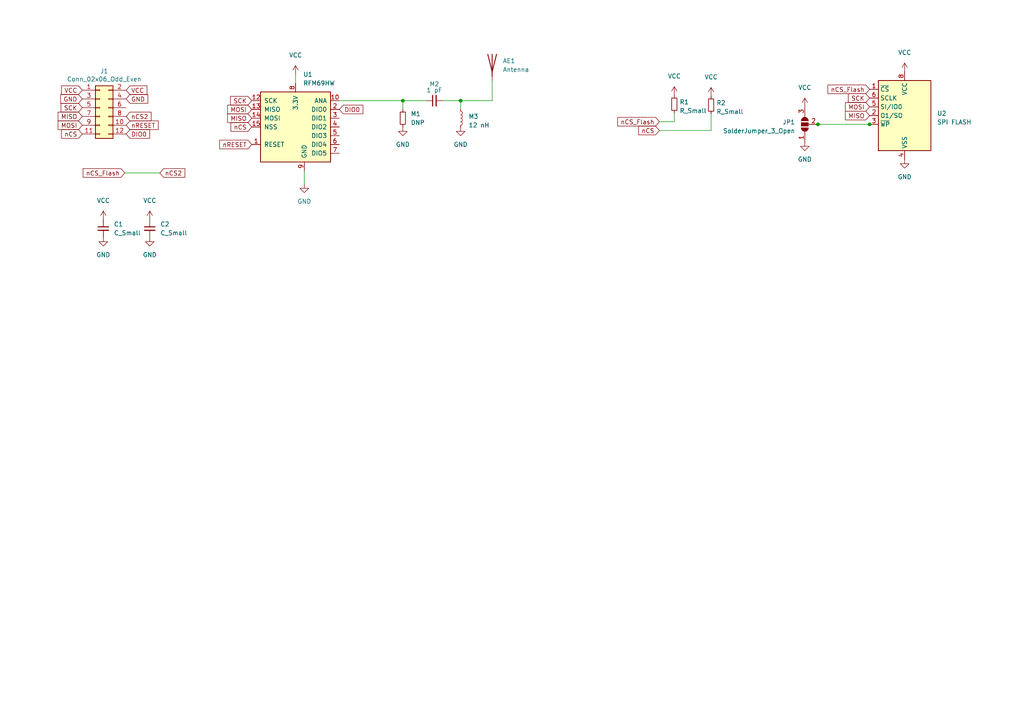
<source format=kicad_sch>
(kicad_sch (version 20230121) (generator eeschema)
  (paper "A4")
  (lib_symbols
    (symbol "Connector_Generic:Conn_02x06_Odd_Even" (pin_names (offset 1.016) hide)
      (property "Reference" "J" (at 1.27 7.62 0))
      (property "Value" "Conn_02x06_Odd_Even" (at 1.27 -10.16 0))
      (symbol "Conn_02x06_Odd_Even_1_1"
        (rectangle (start -1.27 -7.493) (end 0 -7.747) (stroke (width 0.1524)))
        (rectangle (start -1.27 -4.953) (end 0 -5.207) (stroke (width 0.1524)))
        (rectangle (start -1.27 -2.413) (end 0 -2.667) (stroke (width 0.1524)))
        (rectangle (start -1.27 0.127) (end 0 -0.127) (stroke (width 0.1524)))
        (rectangle (start -1.27 2.667) (end 0 2.413) (stroke (width 0.1524)))
        (rectangle (start -1.27 5.207) (end 0 4.953) (stroke (width 0.1524)))
        (rectangle (start -1.27 6.35) (end 3.81 -8.89) (stroke (width 0.254)) (fill (type background)))
        (rectangle (start 3.81 -7.493) (end 2.54 -7.747) (stroke (width 0.1524)))
        (rectangle (start 3.81 -4.953) (end 2.54 -5.207) (stroke (width 0.1524)))
        (rectangle (start 3.81 -2.413) (end 2.54 -2.667) (stroke (width 0.1524)))
        (rectangle (start 3.81 0.127) (end 2.54 -0.127) (stroke (width 0.1524)))
        (rectangle (start 3.81 2.667) (end 2.54 2.413) (stroke (width 0.1524)))
        (rectangle (start 3.81 5.207) (end 2.54 4.953) (stroke (width 0.1524)))
        (pin passive line (at -5.08 5.08 0) (length 3.81) (name "Pin_1") (number "1"))
        (pin passive line (at 7.62 -5.08 180) (length 3.81) (name "Pin_10") (number "10"))
        (pin passive line (at -5.08 -7.62 0) (length 3.81) (name "Pin_11") (number "11"))
        (pin passive line (at 7.62 -7.62 180) (length 3.81) (name "Pin_12") (number "12"))
        (pin passive line (at 7.62 5.08 180) (length 3.81) (name "Pin_2") (number "2"))
        (pin passive line (at -5.08 2.54 0) (length 3.81) (name "Pin_3") (number "3"))
        (pin passive line (at 7.62 2.54 180) (length 3.81) (name "Pin_4") (number "4"))
        (pin passive line (at -5.08 0 0) (length 3.81) (name "Pin_5") (number "5"))
        (pin passive line (at 7.62 0 180) (length 3.81) (name "Pin_6") (number "6"))
        (pin passive line (at -5.08 -2.54 0) (length 3.81) (name "Pin_7") (number "7"))
        (pin passive line (at 7.62 -2.54 180) (length 3.81) (name "Pin_8") (number "8"))
        (pin passive line (at -5.08 -5.08 0) (length 3.81) (name "Pin_9") (number "9"))
      )
    )
    (symbol "Device:Antenna" (pin_numbers hide) (pin_names (offset 1.016) hide)
      (property "Reference" "AE" (at -1.905 1.905 0))
      (property "Value" "Antenna" (at -1.905 0 0))
      (symbol "Antenna_0_1"
        (polyline (pts (xy 0 2.54) (xy 0 -3.81)) (stroke (width 0.254)))
        (polyline (pts (xy 1.27 2.54) (xy 0 -2.54) (xy -1.27 2.54)) (stroke (width 0.254)))
      )
      (symbol "Antenna_1_1"
        (pin input line (at 0 -5.08 90) (length 2.54) (name "A") (number "1"))
      )
    )
    (symbol "Device:C_Small" (pin_numbers hide) (pin_names (offset 0.254) hide)
      (property "Reference" "C" (at 0.254 1.778 0))
      (property "Value" "C_Small" (at 0.254 -2.032 0))
      (symbol "C_Small_0_1"
        (polyline (pts (xy -1.524 -0.508) (xy 1.524 -0.508)) (stroke (width 0.3302)))
        (polyline (pts (xy -1.524 0.508) (xy 1.524 0.508)) (stroke (width 0.3048)))
      )
      (symbol "C_Small_1_1"
        (pin passive line (at 0 2.54 270) (length 2.032) (name "~") (number "1"))
        (pin passive line (at 0 -2.54 90) (length 2.032) (name "~") (number "2"))
      )
    )
    (symbol "Device:L_Small" (pin_numbers hide) (pin_names (offset 0.254) hide)
      (property "Reference" "L" (at 0.762 1.016 0))
      (property "Value" "L_Small" (at 0.762 -1.016 0))
      (symbol "L_Small_0_1"
        (arc (start 0 -2.032) (mid 0.5058 -1.524) (end 0 -1.016))
        (arc (start 0 -1.016) (mid 0.5058 -0.508) (end 0 0))
        (arc (start 0 0) (mid 0.5058 0.508) (end 0 1.016))
        (arc (start 0 1.016) (mid 0.5058 1.524) (end 0 2.032))
      )
      (symbol "L_Small_1_1"
        (pin passive line (at 0 2.54 270) (length 0.508) (name "~") (number "1"))
        (pin passive line (at 0 -2.54 90) (length 0.508) (name "~") (number "2"))
      )
    )
    (symbol "Device:R_Small" (pin_numbers hide) (pin_names (offset 0.254) hide)
      (property "Reference" "R" (at 0.762 0.508 0))
      (property "Value" "R_Small" (at 0.762 -1.016 0))
      (symbol "R_Small_0_1"
        (rectangle (start -0.762 1.778) (end 0.762 -1.778) (stroke (width 0.2032)))
      )
      (symbol "R_Small_1_1"
        (pin passive line (at 0 2.54 270) (length 0.762) (name "~") (number "1"))
        (pin passive line (at 0 -2.54 90) (length 0.762) (name "~") (number "2"))
      )
    )
    (symbol "Jumper:SolderJumper_3_Open" (pin_names (offset 0) hide)
      (property "Reference" "JP" (at -2.54 -2.54 0))
      (property "Value" "SolderJumper_3_Open" (at 0 2.794 0))
      (symbol "SolderJumper_3_Open_0_1"
        (arc (start -1.016 1.016) (mid -2.0276 0) (end -1.016 -1.016))
        (arc (start -1.016 1.016) (mid -2.0276 0) (end -1.016 -1.016) (fill (type outline)))
        (rectangle (start -0.508 1.016) (end 0.508 -1.016) (fill (type outline)))
        (polyline (pts (xy -2.54 0) (xy -2.032 0)))
        (polyline (pts (xy -1.016 1.016) (xy -1.016 -1.016)))
        (polyline (pts (xy 0 -1.27) (xy 0 -1.016)))
        (polyline (pts (xy 1.016 1.016) (xy 1.016 -1.016)))
        (polyline (pts (xy 2.54 0) (xy 2.032 0)))
        (arc (start 1.016 -1.016) (mid 2.0276 0) (end 1.016 1.016))
        (arc (start 1.016 -1.016) (mid 2.0276 0) (end 1.016 1.016) (fill (type outline)))
      )
      (symbol "SolderJumper_3_Open_1_1"
        (pin passive line (at -5.08 0 0) (length 2.54) (name "A") (number "1"))
        (pin passive line (at 0 -3.81 90) (length 2.54) (name "C") (number "2"))
        (pin passive line (at 5.08 0 180) (length 2.54) (name "B") (number "3"))
      )
    )
    (symbol "Memory_Flash:GD25D05CT"
      (property "Reference" "U" (at 2.54 12.7 0))
      (property "Value" "GD25D05CT" (at 8.89 8.89 0))
      (symbol "GD25D05CT_0_1"
        (rectangle (start -7.62 10.16) (end 7.62 -10.16) (stroke (width 0.254)) (fill (type background)))
      )
      (symbol "GD25D05CT_1_1"
        (pin input line (at -10.16 7.62 0) (length 2.54) (name "~{CS}") (number "1"))
        (pin output line (at -10.16 0 0) (length 2.54) (name "O1/SO") (number "2"))
        (pin input line (at -10.16 -2.54 0) (length 2.54) (name "~{WP}") (number "3"))
        (pin power_in line (at 0 -12.7 90) (length 2.54) (name "VSS") (number "4"))
        (pin bidirectional line (at -10.16 2.54 0) (length 2.54) (name "SI/IO0") (number "5"))
        (pin input line (at -10.16 5.08 0) (length 2.54) (name "SCLK") (number "6"))
        (pin no_connect line (at -7.62 -5.08 0) (length 2.54) hide (name "NC") (number "7"))
        (pin power_in line (at 0 12.7 270) (length 2.54) (name "VCC") (number "8"))
      )
    )
    (symbol "RF_Module:RFM69HW" (pin_names (offset 1.016))
      (property "Reference" "U" (at -3.81 11.43 0))
      (property "Value" "RFM69HW" (at -7.62 13.97 0))
      (symbol "RFM69HW_0_1"
        (rectangle (start -10.16 10.16) (end 10.16 -10.16) (stroke (width 0.254)) (fill (type background)))
      )
      (symbol "RFM69HW_1_1"
        (pin input line (at -12.7 -5.08 0) (length 2.54) (name "RESET") (number "1"))
        (pin output line (at 12.7 7.62 180) (length 2.54) (name "ANA") (number "10"))
        (pin passive line (at 2.54 -12.7 90) (length 2.54) hide (name "GND") (number "11"))
        (pin input line (at -12.7 7.62 0) (length 2.54) (name "SCK") (number "12"))
        (pin output line (at -12.7 5.08 0) (length 2.54) (name "MISO") (number "13"))
        (pin input line (at -12.7 2.54 0) (length 2.54) (name "MOSI") (number "14"))
        (pin input line (at -12.7 0 0) (length 2.54) (name "NSS") (number "15"))
        (pin no_connect line (at -2.54 -10.16 90) (length 2.54) hide (name "NC") (number "16"))
        (pin bidirectional line (at 12.7 5.08 180) (length 2.54) (name "DIO0") (number "2"))
        (pin bidirectional line (at 12.7 2.54 180) (length 2.54) (name "DIO1") (number "3"))
        (pin bidirectional line (at 12.7 0 180) (length 2.54) (name "DIO2") (number "4"))
        (pin bidirectional line (at 12.7 -2.54 180) (length 2.54) (name "DIO3") (number "5"))
        (pin bidirectional line (at 12.7 -5.08 180) (length 2.54) (name "DIO4") (number "6"))
        (pin bidirectional line (at 12.7 -7.62 180) (length 2.54) (name "DIO5") (number "7"))
        (pin power_in line (at 0 12.7 270) (length 2.54) (name "3.3V") (number "8"))
        (pin power_in line (at 2.54 -12.7 90) (length 2.54) (name "GND") (number "9"))
      )
    )
    (symbol "power:GND" (power) (pin_names (offset 0))
      (property "Value" "GND" (at 0 -3.81 0))
      (symbol "GND_0_1"
        (polyline (pts (xy 0 0) (xy 0 -1.27) (xy 1.27 -1.27) (xy 0 -2.54) (xy -1.27 -1.27) (xy 0 -1.27)))
      )
      (symbol "GND_1_1"
        (pin power_in line (at 0 0 270) (length 0) hide (name "GND") (number "1"))
      )
    )
    (symbol "power:VCC" (power) (pin_names (offset 0))
      (property "Value" "VCC" (at 0 3.81 0))
      (symbol "VCC_0_1"
        (polyline (pts (xy -0.762 1.27) (xy 0 2.54)))
        (polyline (pts (xy 0 0) (xy 0 2.54)))
        (polyline (pts (xy 0 2.54) (xy 0.762 1.27)))
      )
      (symbol "VCC_1_1"
        (pin power_in line (at 0 0 90) (length 0) hide (name "VCC") (number "1"))
      )
    )
  )
  (junction (at 133.604 29.21))
  (junction (at 116.84 29.21))
  (junction (at 252.222 36.068))
  (junction (at 237.236 36.068))
  (wire (pts (xy 236.982 36.068) (xy 237.236 36.068)))
  (wire (pts (xy 85.725 21.59) (xy 85.725 24.13)))
  (wire (pts (xy 128.524 29.21) (xy 133.604 29.21)))
  (wire (pts (xy 88.265 49.53) (xy 88.265 53.34)))
  (wire (pts (xy 133.604 29.21) (xy 142.748 29.21)))
  (wire (pts (xy 116.84 29.21) (xy 123.444 29.21)))
  (wire (pts (xy 191.262 35.306) (xy 195.58 35.306)))
  (wire (pts (xy 206.248 37.846) (xy 206.248 33.02)))
  (wire (pts (xy 142.748 29.21) (xy 142.748 23.368)))
  (wire (pts (xy 191.262 37.846) (xy 206.248 37.846)))
  (wire (pts (xy 98.425 29.21) (xy 116.84 29.21)))
  (wire (pts (xy 133.604 31.75) (xy 133.604 29.21)))
  (wire (pts (xy 252.222 36.068) (xy 252.476 36.068)))
  (wire (pts (xy 116.84 29.21) (xy 116.84 31.75)))
  (wire (pts (xy 237.236 36.068) (xy 252.222 36.068)))
  (wire (pts (xy 36.195 50.165) (xy 46.355 50.165)))
  (wire (pts (xy 133.604 29.21) (xy 133.858 28.956)))
  (wire (pts (xy 195.58 35.306) (xy 195.58 32.766)))
  (global_label "nCS_Flash" (shape input) (at 36.195 50.165 180) (property "Intersheetrefs" "${INTERSHEET_REFS}" (effects hide)))
  (global_label "nCS_Flash" (shape input) (at 252.222 25.908 180) (property "Intersheetrefs" "${INTERSHEET_REFS}" (effects hide)))
  (global_label "nRESET" (shape input) (at 73.025 41.91 180) (property "Intersheetrefs" "${INTERSHEET_REFS}" (effects hide)) (property "Intersheet-verwijzingen" "${INTERSHEET_REFS}" (effects hide)))
  (global_label "MISO" (shape input) (at 252.222 33.528 180) (property "Intersheetrefs" "${INTERSHEET_REFS}" (effects hide)) (property "Intersheet-verwijzingen" "${INTERSHEET_REFS}" (effects hide)))
  (global_label "MISO" (shape input) (at 23.876 33.782 180) (property "Intersheetrefs" "${INTERSHEET_REFS}" (effects hide)) (property "Intersheet-verwijzingen" "${INTERSHEET_REFS}" (effects hide)))
  (global_label "GND" (shape input) (at 36.576 28.702 0) (property "Intersheetrefs" "${INTERSHEET_REFS}" (effects hide)) (property "Intersheet-verwijzingen" "${INTERSHEET_REFS}" (effects hide)))
  (global_label "nCS" (shape input) (at 191.262 37.846 180) (property "Intersheetrefs" "${INTERSHEET_REFS}" (effects hide)) (property "Intersheet-verwijzingen" "${INTERSHEET_REFS}" (effects hide)))
  (global_label "VCC" (shape input) (at 23.876 26.162 180) (property "Intersheetrefs" "${INTERSHEET_REFS}" (effects hide)) (property "Intersheet-verwijzingen" "${INTERSHEET_REFS}" (effects hide)))
  (global_label "nCS" (shape input) (at 73.025 36.83 180) (property "Intersheetrefs" "${INTERSHEET_REFS}" (effects hide)) (property "Intersheet-verwijzingen" "${INTERSHEET_REFS}" (effects hide)))
  (global_label "GND" (shape input) (at 23.876 28.702 180) (property "Intersheetrefs" "${INTERSHEET_REFS}" (effects hide)) (property "Intersheet-verwijzingen" "${INTERSHEET_REFS}" (effects hide)))
  (global_label "SCK" (shape input) (at 23.876 31.242 180) (property "Intersheetrefs" "${INTERSHEET_REFS}" (effects hide)) (property "Intersheet-verwijzingen" "${INTERSHEET_REFS}" (effects hide)))
  (global_label "nCS" (shape input) (at 23.876 38.862 180) (property "Intersheetrefs" "${INTERSHEET_REFS}" (effects hide)) (property "Intersheet-verwijzingen" "${INTERSHEET_REFS}" (effects hide)))
  (global_label "VCC" (shape input) (at 36.576 26.162 0) (property "Intersheetrefs" "${INTERSHEET_REFS}" (effects hide)) (property "Intersheet-verwijzingen" "${INTERSHEET_REFS}" (effects hide)))
  (global_label "nCS2" (shape input) (at 36.576 33.782 0) (property "Intersheetrefs" "${INTERSHEET_REFS}" (effects hide)))
  (global_label "nCS2" (shape input) (at 46.355 50.165 0) (property "Intersheetrefs" "${INTERSHEET_REFS}" (effects hide)))
  (global_label "DIO0" (shape input) (at 98.425 31.75 0) (property "Intersheetrefs" "${INTERSHEET_REFS}" (effects hide)) (property "Intersheet-verwijzingen" "${INTERSHEET_REFS}" (effects hide)))
  (global_label "nCS_Flash" (shape input) (at 191.262 35.306 180) (property "Intersheetrefs" "${INTERSHEET_REFS}" (effects hide)))
  (global_label "DIO0" (shape input) (at 36.576 38.862 0) (property "Intersheetrefs" "${INTERSHEET_REFS}" (effects hide)) (property "Intersheet-verwijzingen" "${INTERSHEET_REFS}" (effects hide)))
  (global_label "MISO" (shape input) (at 73.025 34.29 180) (property "Intersheetrefs" "${INTERSHEET_REFS}" (effects hide)) (property "Intersheet-verwijzingen" "${INTERSHEET_REFS}" (effects hide)))
  (global_label "MOSI" (shape input) (at 73.025 31.75 180) (property "Intersheetrefs" "${INTERSHEET_REFS}" (effects hide)) (property "Intersheet-verwijzingen" "${INTERSHEET_REFS}" (effects hide)))
  (global_label "MOSI" (shape input) (at 252.222 30.988 180) (property "Intersheetrefs" "${INTERSHEET_REFS}" (effects hide)) (property "Intersheet-verwijzingen" "${INTERSHEET_REFS}" (effects hide)))
  (global_label "nRESET" (shape input) (at 36.576 36.322 0) (property "Intersheetrefs" "${INTERSHEET_REFS}" (effects hide)) (property "Intersheet-verwijzingen" "${INTERSHEET_REFS}" (effects hide)))
  (global_label "SCK" (shape input) (at 252.222 28.448 180) (property "Intersheetrefs" "${INTERSHEET_REFS}" (effects hide)) (property "Intersheet-verwijzingen" "${INTERSHEET_REFS}" (effects hide)))
  (global_label "SCK" (shape input) (at 73.025 29.21 180) (property "Intersheetrefs" "${INTERSHEET_REFS}" (effects hide)) (property "Intersheet-verwijzingen" "${INTERSHEET_REFS}" (effects hide)))
  (global_label "MOSI" (shape input) (at 23.876 36.322 180) (property "Intersheetrefs" "${INTERSHEET_REFS}" (effects hide)) (property "Intersheet-verwijzingen" "${INTERSHEET_REFS}" (effects hide)))
  (symbol (lib_id "Connector_Generic:Conn_02x06_Odd_Even") (at 28.956 31.242 0) (unit 1)
    (property "Reference" "J1" (at 30.226 20.6502 0))
    (property "Value" "Conn_02x06_Odd_Even" (at 30.226 22.9616 0))
    (property "Footprint" "Connector_PinHeader_2.54mm:PinHeader_2x06_P2.54mm_Horizontal" (effects hide))
  )
  (symbol (lib_id "power:GND") (at 43.434 68.834 0) (unit 1)
    (property "Reference" "#PWR04" (effects hide))
    (property "Value" "GND" (at 43.434 73.914 0))
  )
  (symbol (lib_id "power:VCC") (at 262.382 20.828 0) (unit 1)
    (property "Reference" "#PWR013" (effects hide))
    (property "Value" "VCC" (at 262.382 15.24 0))
  )
  (symbol (lib_id "Device:R_Small") (at 195.58 30.226 0) (unit 1)
    (property "Reference" "R1" (at 197.104 29.591 0) (effects (justify left)))
    (property "Value" "R_Small" (at 197.104 32.131 0) (effects (justify left)))
    (property "Footprint" "Resistor_SMD:R_0805_2012Metric" (effects hide))
  )
  (symbol (lib_id "Device:Antenna") (at 142.748 18.288 0) (unit 1)
    (property "Reference" "AE1" (at 145.796 17.6529 0) (effects (justify left)))
    (property "Value" "Antenna" (at 145.796 20.1929 0) (effects (justify left)))
    (property "Footprint" "RF_Antenna:Texas_SWRA416_868MHz_915MHz" (effects hide))
  )
  (symbol (lib_id "power:GND") (at 29.972 68.834 0) (unit 1)
    (property "Reference" "#PWR02" (effects hide))
    (property "Value" "GND" (at 29.972 73.914 0))
  )
  (symbol (lib_id "Device:C_Small") (at 125.984 29.21 90) (unit 1)
    (property "Reference" "M2" (at 125.984 24.384 90))
    (property "Value" "1 pF" (at 125.984 26.162 90))
    (property "Footprint" "Resistor_SMD:R_0805_2012Metric" (effects hide))
  )
  (symbol (lib_id "Device:L_Small") (at 133.604 34.29 0) (unit 1)
    (property "Reference" "M3" (at 135.89 33.782 0) (effects (justify left)))
    (property "Value" "12 nH" (at 135.89 36.322 0) (effects (justify left)))
    (property "Footprint" "Resistor_SMD:R_0805_2012Metric" (effects hide))
  )
  (symbol (lib_id "power:VCC") (at 233.426 30.988 0) (unit 1)
    (property "Reference" "#PWR011" (effects hide))
    (property "Value" "VCC" (at 233.426 25.4 0))
  )
  (symbol (lib_id "power:GND") (at 133.604 36.83 0) (unit 1)
    (property "Reference" "#PWR08" (effects hide))
    (property "Value" "GND" (at 133.604 41.91 0))
  )
  (symbol (lib_id "power:GND") (at 88.265 53.34 0) (unit 1)
    (property "Reference" "#PWR06" (effects hide))
    (property "Value" "GND" (at 88.265 58.42 0))
  )
  (symbol (lib_id "power:GND") (at 116.84 36.83 0) (unit 1)
    (property "Reference" "#PWR07" (effects hide))
    (property "Value" "GND" (at 116.84 41.91 0))
  )
  (symbol (lib_id "Device:C_Small") (at 29.972 66.294 0) (unit 1)
    (property "Reference" "C1" (at 33.02 65.0302 0) (effects (justify left)))
    (property "Value" "C_Small" (at 33.02 67.5702 0) (effects (justify left)))
    (property "Footprint" "Capacitor_SMD:C_0805_2012Metric" (effects hide))
  )
  (symbol (lib_id "Device:R_Small") (at 116.84 34.29 0) (unit 1)
    (property "Reference" "M1" (at 119.126 33.02 0) (effects (justify left)))
    (property "Value" "DNP" (at 119.126 35.56 0) (effects (justify left)))
    (property "Footprint" "Resistor_SMD:R_0805_2012Metric" (effects hide))
  )
  (symbol (lib_id "power:VCC") (at 85.725 21.59 0) (unit 1)
    (property "Reference" "#PWR05" (effects hide))
    (property "Value" "VCC" (at 85.725 16.002 0))
  )
  (symbol (lib_id "Jumper:SolderJumper_3_Open") (at 233.426 36.068 90) (unit 1)
    (property "Reference" "JP1" (at 230.632 35.433 90) (effects (justify left)))
    (property "Value" "SolderJumper_3_Open" (at 230.632 37.973 90) (effects (justify left)))
    (property "Footprint" "Jumper:SolderJumper-3_P1.3mm_Open_RoundedPad1.0x1.5mm" (effects hide))
  )
  (symbol (lib_id "power:VCC") (at 206.248 27.94 0) (unit 1)
    (property "Reference" "#PWR010" (effects hide))
    (property "Value" "VCC" (at 206.248 22.352 0))
  )
  (symbol (lib_id "RF_Module:RFM69HW") (at 85.725 36.83 0) (unit 1)
    (property "Reference" "U1" (at 87.9191 21.59 0) (effects (justify left)))
    (property "Value" "RFM69HW" (at 87.9191 24.13 0) (effects (justify left)))
    (property "Footprint" "RF_Module:HOPERF_RFM69HW" (effects hide))
    (property "Datasheet" "https://www.hoperf.com/data/upload/portal/20181127/5bfcbb56f1fd7.pdf" (effects hide))
  )
  (symbol (lib_id "Memory_Flash:GD25D05CT") (at 262.382 33.528 0) (unit 1)
    (property "Reference" "U2" (at 271.78 32.893 0) (effects (justify left)))
    (property "Value" "SPI FLASH" (at 271.78 35.433 0) (effects (justify left)))
    (property "Footprint" "Package_SO:SOP-8_3.9x4.9mm_P1.27mm" (effects hide))
  )
  (symbol (lib_id "power:GND") (at 262.382 46.228 0) (unit 1)
    (property "Reference" "#PWR014" (effects hide))
    (property "Value" "GND" (at 262.382 51.308 0))
  )
  (symbol (lib_id "power:VCC") (at 43.434 63.754 0) (unit 1)
    (property "Reference" "#PWR03" (effects hide))
    (property "Value" "VCC" (at 43.434 58.166 0))
  )
  (symbol (lib_id "power:GND") (at 233.426 41.148 0) (unit 1)
    (property "Reference" "#PWR012" (effects hide))
    (property "Value" "GND" (at 233.426 46.228 0))
  )
  (symbol (lib_id "power:VCC") (at 29.972 63.754 0) (unit 1)
    (property "Reference" "#PWR01" (effects hide))
    (property "Value" "VCC" (at 29.972 58.166 0))
  )
  (symbol (lib_id "Device:R_Small") (at 206.248 30.48 0) (unit 1)
    (property "Reference" "R2" (at 207.772 29.845 0) (effects (justify left)))
    (property "Value" "R_Small" (at 207.772 32.385 0) (effects (justify left)))
    (property "Footprint" "Resistor_SMD:R_0805_2012Metric" (effects hide))
  )
  (symbol (lib_id "Device:C_Small") (at 43.434 66.294 0) (unit 1)
    (property "Reference" "C2" (at 46.482 65.0302 0) (effects (justify left)))
    (property "Value" "C_Small" (at 46.482 67.5702 0) (effects (justify left)))
    (property "Footprint" "Capacitor_SMD:C_0805_2012Metric" (effects hide))
  )
  (symbol (lib_id "power:VCC") (at 195.58 27.686 0) (unit 1)
    (property "Reference" "#PWR09" (effects hide))
    (property "Value" "VCC" (at 195.58 22.098 0))
  )
)
</source>
